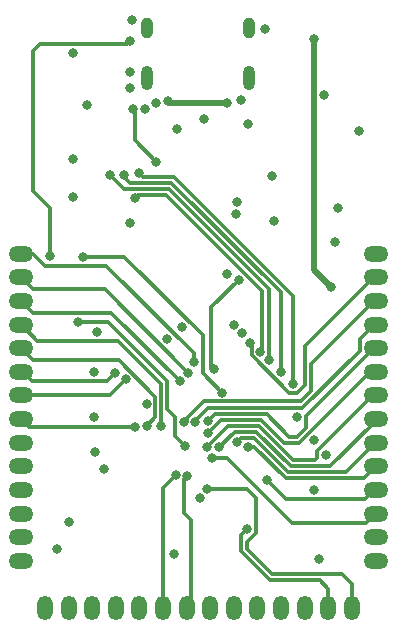
<source format=gbr>
%TF.GenerationSoftware,KiCad,Pcbnew,7.0.2*%
%TF.CreationDate,2023-06-14T20:26:51+10:00*%
%TF.ProjectId,STM32_Simple_Rev1.0,53544d33-325f-4536-996d-706c655f5265,rev?*%
%TF.SameCoordinates,Original*%
%TF.FileFunction,Copper,L4,Bot*%
%TF.FilePolarity,Positive*%
%FSLAX46Y46*%
G04 Gerber Fmt 4.6, Leading zero omitted, Abs format (unit mm)*
G04 Created by KiCad (PCBNEW 7.0.2) date 2023-06-14 20:26:51*
%MOMM*%
%LPD*%
G01*
G04 APERTURE LIST*
G04 Aperture macros list*
%AMRoundRect*
0 Rectangle with rounded corners*
0 $1 Rounding radius*
0 $2 $3 $4 $5 $6 $7 $8 $9 X,Y pos of 4 corners*
0 Add a 4 corners polygon primitive as box body*
4,1,4,$2,$3,$4,$5,$6,$7,$8,$9,$2,$3,0*
0 Add four circle primitives for the rounded corners*
1,1,$1+$1,$2,$3*
1,1,$1+$1,$4,$5*
1,1,$1+$1,$6,$7*
1,1,$1+$1,$8,$9*
0 Add four rect primitives between the rounded corners*
20,1,$1+$1,$2,$3,$4,$5,0*
20,1,$1+$1,$4,$5,$6,$7,0*
20,1,$1+$1,$6,$7,$8,$9,0*
20,1,$1+$1,$8,$9,$2,$3,0*%
G04 Aperture macros list end*
%TA.AperFunction,ComponentPad*%
%ADD10RoundRect,0.520000X-0.480000X-0.130000X0.480000X-0.130000X0.480000X0.130000X-0.480000X0.130000X0*%
%TD*%
%TA.AperFunction,ComponentPad*%
%ADD11RoundRect,0.520000X0.130000X-0.480000X0.130000X0.480000X-0.130000X0.480000X-0.130000X-0.480000X0*%
%TD*%
%TA.AperFunction,ComponentPad*%
%ADD12RoundRect,0.520000X0.480000X0.130000X-0.480000X0.130000X-0.480000X-0.130000X0.480000X-0.130000X0*%
%TD*%
%TA.AperFunction,ComponentPad*%
%ADD13O,1.000000X2.100000*%
%TD*%
%TA.AperFunction,ComponentPad*%
%ADD14O,1.000000X1.800000*%
%TD*%
%TA.AperFunction,ViaPad*%
%ADD15C,0.800000*%
%TD*%
%TA.AperFunction,Conductor*%
%ADD16C,0.500000*%
%TD*%
%TA.AperFunction,Conductor*%
%ADD17C,0.300000*%
%TD*%
G04 APERTURE END LIST*
D10*
%TO.P,J15,1,1*%
%TO.N,S11*%
X185000000Y-108000000D03*
%TD*%
%TO.P,J16,1,1*%
%TO.N,S12*%
X185000000Y-110000000D03*
%TD*%
%TO.P,J14,1,1*%
%TO.N,S10*%
X185000000Y-106000000D03*
%TD*%
%TO.P,J9,1,1*%
%TO.N,S5*%
X185000000Y-96000000D03*
%TD*%
D11*
%TO.P,J30,1,1*%
%TO.N,S24*%
X209000000Y-118000000D03*
%TD*%
D10*
%TO.P,J5,1,1*%
%TO.N,S2*%
X185000000Y-90000000D03*
%TD*%
D12*
%TO.P,J37,1,1*%
%TO.N,S29*%
X215000000Y-106000000D03*
%TD*%
%TO.P,J46,1,1*%
%TO.N,S42{slash}CAN_TX*%
X215000000Y-88000000D03*
%TD*%
D11*
%TO.P,J29,1,1*%
%TO.N,S23*%
X207000000Y-118000000D03*
%TD*%
D10*
%TO.P,J6,1,1*%
%TO.N,S3*%
X185000000Y-92000000D03*
%TD*%
D12*
%TO.P,J39,1,1*%
%TO.N,S31*%
X215000000Y-102000000D03*
%TD*%
D11*
%TO.P,J22,1,1*%
%TO.N,S16*%
X193000000Y-118000000D03*
%TD*%
%TO.P,J32,1,1*%
%TO.N,S26*%
X213000000Y-118000000D03*
%TD*%
D13*
%TO.P,J8,S1,SHIELD*%
%TO.N,unconnected-(J8-SHIELD-PadS1)*%
X204320000Y-73125000D03*
D14*
X204320000Y-68925000D03*
D13*
X195680000Y-73125000D03*
D14*
X195680000Y-68925000D03*
%TD*%
D12*
%TO.P,J34,1,1*%
%TO.N,VCC*%
X215000000Y-111998624D03*
%TD*%
D10*
%TO.P,J10,1,1*%
%TO.N,S6*%
X185000000Y-98000000D03*
%TD*%
%TO.P,J7,1,1*%
%TO.N,S4*%
X185000000Y-94000000D03*
%TD*%
D12*
%TO.P,J38,1,1*%
%TO.N,S30*%
X215000000Y-104000000D03*
%TD*%
D10*
%TO.P,J11,1,1*%
%TO.N,S7*%
X185000000Y-100000000D03*
%TD*%
D12*
%TO.P,J44,1,1*%
%TO.N,S40{slash}I2C1_SDA*%
X215000000Y-92000000D03*
%TD*%
D10*
%TO.P,J4,1,1*%
%TO.N,S1*%
X185000000Y-88000000D03*
%TD*%
D11*
%TO.P,J20,1,1*%
%TO.N,S14*%
X189000000Y-118000000D03*
%TD*%
D12*
%TO.P,J40,1,1*%
%TO.N,S32*%
X215000000Y-100000000D03*
%TD*%
D11*
%TO.P,J27,1,1*%
%TO.N,S21*%
X203000000Y-118000000D03*
%TD*%
D10*
%TO.P,J13,1,1*%
%TO.N,S9*%
X185000000Y-104000000D03*
%TD*%
D12*
%TO.P,J45,1,1*%
%TO.N,S41{slash}CAN_RX*%
X215000000Y-90000000D03*
%TD*%
D10*
%TO.P,J17,1,1*%
%TO.N,+3.3V*%
X185000000Y-112000000D03*
%TD*%
D11*
%TO.P,J28,1,1*%
%TO.N,S22*%
X205000000Y-118000000D03*
%TD*%
%TO.P,J26,1,1*%
%TO.N,S20*%
X201000000Y-118000000D03*
%TD*%
D12*
%TO.P,J41,1,1*%
%TO.N,S33*%
X215000000Y-98000000D03*
%TD*%
%TO.P,J35,1,1*%
%TO.N,S27*%
X215000000Y-110000000D03*
%TD*%
D11*
%TO.P,J24,1,1*%
%TO.N,S18{slash}USART3_TX*%
X197000000Y-118000000D03*
%TD*%
D12*
%TO.P,J42,1,1*%
%TO.N,S34*%
X215000000Y-96000000D03*
%TD*%
D11*
%TO.P,J31,1,1*%
%TO.N,S25*%
X211000000Y-118000000D03*
%TD*%
D10*
%TO.P,J12,1,1*%
%TO.N,S8*%
X185000000Y-102000000D03*
%TD*%
D12*
%TO.P,J33,1,1*%
%TO.N,GND*%
X215000000Y-114000000D03*
%TD*%
D11*
%TO.P,J23,1,1*%
%TO.N,S17*%
X195000000Y-118000000D03*
%TD*%
D12*
%TO.P,J43,1,1*%
%TO.N,S39{slash}I2C1_SCL*%
X215000000Y-94000000D03*
%TD*%
D11*
%TO.P,J25,1,1*%
%TO.N,S19{slash}USART3_RX*%
X199000000Y-118000000D03*
%TD*%
%TO.P,J19,1,1*%
%TO.N,S13*%
X187000000Y-118000000D03*
%TD*%
%TO.P,J21,1,1*%
%TO.N,S15*%
X191000000Y-118000000D03*
%TD*%
D10*
%TO.P,J18,1,1*%
%TO.N,GND*%
X185000000Y-114000000D03*
%TD*%
D12*
%TO.P,J36,1,1*%
%TO.N,S28*%
X215000000Y-108000000D03*
%TD*%
D15*
%TO.N,VCC*%
X209800000Y-69800000D03*
X211200000Y-90800000D03*
%TO.N,+3.3V*%
X197354651Y-95206563D03*
X200100000Y-108700000D03*
X211800000Y-84100000D03*
X191192118Y-101816915D03*
X209800000Y-103800000D03*
X195466543Y-75731724D03*
X189000000Y-110749500D03*
X189350500Y-80000000D03*
X194200000Y-85400000D03*
X194200000Y-74000000D03*
X192024621Y-106218019D03*
X206400000Y-85200000D03*
X203267631Y-83602291D03*
X211600000Y-87000000D03*
X203000000Y-94000000D03*
%TO.N,GND*%
X198600000Y-94200000D03*
X210200000Y-113849500D03*
X189400000Y-83200000D03*
X190549500Y-75400000D03*
X191224621Y-104818019D03*
X203706755Y-94706755D03*
X191400000Y-94600000D03*
X195614923Y-100691260D03*
X206200000Y-81400000D03*
X203600000Y-74950500D03*
X200449500Y-76600000D03*
X202400000Y-89700000D03*
X194200000Y-72600000D03*
X213600000Y-77600000D03*
X205600000Y-69000000D03*
X210600000Y-74600000D03*
X204200000Y-77000000D03*
X196410673Y-75223346D03*
X210800000Y-105000000D03*
X203200000Y-84599503D03*
X189400000Y-71000000D03*
X194400000Y-68200000D03*
X188000000Y-113000000D03*
X198200000Y-77400000D03*
X209800000Y-108000000D03*
X191200000Y-98000000D03*
X208349500Y-101829801D03*
X197900000Y-113400000D03*
%TO.N,+5V*%
X197395526Y-75052848D03*
X202400000Y-75200000D03*
%TO.N,STATUS_LED*%
X187400000Y-88200000D03*
X194200000Y-70000000D03*
%TO.N,SWDIO*%
X208033436Y-99032729D03*
X195000000Y-81200000D03*
%TO.N,SWCLK*%
X206950500Y-98000000D03*
X193700000Y-81300000D03*
%TO.N,SWO*%
X192500000Y-81300000D03*
X206000000Y-97000000D03*
%TO.N,NRST*%
X196400000Y-80200000D03*
X194467041Y-75731583D03*
%TO.N,BOOT0*%
X205250500Y-96292892D03*
X194600000Y-83249500D03*
%TO.N,S8*%
X194629977Y-102629977D03*
%TO.N,S7*%
X193845974Y-98644073D03*
%TO.N,S6*%
X192933925Y-98066075D03*
%TO.N,S5*%
X195629002Y-102599104D03*
%TO.N,S4*%
X196800000Y-102600000D03*
%TO.N,S3*%
X198400000Y-98800000D03*
%TO.N,S2*%
X199149500Y-98093245D03*
%TO.N,S1*%
X199600000Y-97200000D03*
%TO.N,S34*%
X200777483Y-102177483D03*
%TO.N,S33*%
X200809689Y-103205231D03*
%TO.N,S32*%
X200760556Y-104400182D03*
%TO.N,S31*%
X201760048Y-104395567D03*
%TO.N,S30*%
X203251044Y-103968564D03*
%TO.N,S29*%
X204183178Y-104329301D03*
%TO.N,S28*%
X205824415Y-107164461D03*
%TO.N,S27*%
X201124814Y-105330946D03*
%TO.N,S26*%
X200763624Y-107918200D03*
%TO.N,S25*%
X204110681Y-111298962D03*
%TO.N,S42{slash}CAN_TX*%
X203400000Y-90200000D03*
X201278063Y-97754362D03*
%TO.N,S41{slash}CAN_RX*%
X204400000Y-95543392D03*
%TO.N,S40{slash}I2C1_SDA*%
X198750497Y-102250000D03*
%TO.N,S39{slash}I2C1_SCL*%
X199750000Y-102250000D03*
%TO.N,S18{slash}USART3_TX*%
X198058556Y-106753370D03*
%TO.N,S19{slash}USART3_RX*%
X199056834Y-106802815D03*
%TO.N,USER_LED1*%
X190200000Y-88250500D03*
X202000000Y-99750000D03*
%TO.N,USER_LED2*%
X189800000Y-93800000D03*
X198900000Y-104300000D03*
%TD*%
D16*
%TO.N,VCC*%
X209750000Y-89350000D02*
X211200000Y-90800000D01*
X209750000Y-69850000D02*
X209750000Y-89350000D01*
X209800000Y-69800000D02*
X209750000Y-69850000D01*
%TO.N,+5V*%
X197542678Y-75200000D02*
X197395526Y-75052848D01*
X202400000Y-75200000D02*
X197542678Y-75200000D01*
D17*
%TO.N,STATUS_LED*%
X193950000Y-70250000D02*
X194200000Y-70000000D01*
X186000000Y-82700000D02*
X186000000Y-70800000D01*
X186000000Y-70800000D02*
X186550000Y-70250000D01*
X187400000Y-88200000D02*
X187400000Y-84100000D01*
X187400000Y-84100000D02*
X186000000Y-82700000D01*
X186550000Y-70250000D02*
X193950000Y-70250000D01*
%TO.N,SWDIO*%
X197900001Y-81500000D02*
X208000000Y-91600000D01*
X208000000Y-91600000D02*
X208000000Y-98999293D01*
X195000000Y-81200000D02*
X195300000Y-81500000D01*
X208000000Y-98999293D02*
X208033436Y-99032729D01*
X195300000Y-81500000D02*
X197900001Y-81500000D01*
%TO.N,SWCLK*%
X206950500Y-91257606D02*
X206950500Y-98000000D01*
X193700000Y-81464679D02*
X194235321Y-82000000D01*
X193700000Y-81300000D02*
X193700000Y-81464679D01*
X194235321Y-82000000D02*
X197692895Y-82000000D01*
X197692895Y-82000000D02*
X206950500Y-91257606D01*
%TO.N,SWO*%
X192500000Y-81300000D02*
X193700000Y-82500000D01*
X193700000Y-82500000D02*
X197485788Y-82500000D01*
X206000000Y-91014212D02*
X206000000Y-97000000D01*
X197485788Y-82500000D02*
X206000000Y-91014212D01*
%TO.N,NRST*%
X194600000Y-75864542D02*
X194467041Y-75731583D01*
X194600000Y-78400000D02*
X194600000Y-75864542D01*
X196400000Y-80200000D02*
X194600000Y-78400000D01*
%TO.N,BOOT0*%
X197278682Y-83000000D02*
X205400000Y-91121318D01*
X205400000Y-91121318D02*
X205400000Y-96143392D01*
X194600000Y-83249500D02*
X194849500Y-83000000D01*
X205400000Y-96143392D02*
X205250500Y-96292892D01*
X194849500Y-83000000D02*
X197278682Y-83000000D01*
%TO.N,S8*%
X194629977Y-102629977D02*
X185629977Y-102629977D01*
X185150000Y-102150000D02*
X185150000Y-102000000D01*
X185629977Y-102629977D02*
X185150000Y-102150000D01*
%TO.N,S7*%
X193845974Y-98644073D02*
X192490047Y-100000000D01*
X192490047Y-100000000D02*
X185150000Y-100000000D01*
%TO.N,S6*%
X185900000Y-98750000D02*
X185150000Y-98000000D01*
X192250000Y-98750000D02*
X185900000Y-98750000D01*
X192933925Y-98066075D02*
X192250000Y-98750000D01*
%TO.N,S5*%
X186000000Y-97000000D02*
X185150000Y-96150000D01*
X193262562Y-97000000D02*
X186000000Y-97000000D01*
X196364923Y-101863183D02*
X196364923Y-100102361D01*
X185150000Y-96150000D02*
X185150000Y-96000000D01*
X196364923Y-100102361D02*
X193262562Y-97000000D01*
X195629002Y-102599104D02*
X196364923Y-101863183D01*
%TO.N,S4*%
X196800000Y-102600000D02*
X196864923Y-102535077D01*
X193210661Y-95350000D02*
X186350000Y-95350000D01*
X196864923Y-99004262D02*
X193210661Y-95350000D01*
X196864923Y-102535077D02*
X196864923Y-99004262D01*
X186350000Y-95350000D02*
X185150000Y-94150000D01*
X185150000Y-94150000D02*
X185150000Y-94000000D01*
%TO.N,S3*%
X186000000Y-93000000D02*
X185150000Y-92150000D01*
X198400000Y-98800000D02*
X192600000Y-93000000D01*
X185150000Y-92150000D02*
X185150000Y-92000000D01*
X192600000Y-93000000D02*
X186000000Y-93000000D01*
%TO.N,S2*%
X186000000Y-91000000D02*
X185150000Y-90150000D01*
X185150000Y-90150000D02*
X185150000Y-90000000D01*
X199149500Y-98093245D02*
X199149500Y-98062073D01*
X192087427Y-91000000D02*
X186000000Y-91000000D01*
X199149500Y-98062073D02*
X192087427Y-91000000D01*
%TO.N,S1*%
X192208749Y-89000000D02*
X187000000Y-89000000D01*
X199600000Y-96391251D02*
X192208749Y-89000000D01*
X186000000Y-88000000D02*
X185150000Y-88000000D01*
X199600000Y-97200000D02*
X199600000Y-96391251D01*
X187000000Y-89000000D02*
X186000000Y-88000000D01*
%TO.N,S34*%
X209099500Y-102732733D02*
X209099500Y-101750500D01*
X209099500Y-101750500D02*
X214850000Y-96000000D01*
X208332233Y-103500000D02*
X209099500Y-102732733D01*
X205779801Y-101579801D02*
X207700000Y-103500000D01*
X201375165Y-101579801D02*
X205779801Y-101579801D01*
X207700000Y-103500000D02*
X208332233Y-103500000D01*
X200777483Y-102177483D02*
X201375165Y-101579801D01*
%TO.N,S33*%
X200809689Y-103205231D02*
X201935119Y-102079801D01*
X214539339Y-98000000D02*
X214850000Y-98000000D01*
X207228424Y-104000000D02*
X208539339Y-104000000D01*
X201935119Y-102079801D02*
X205308225Y-102079801D01*
X205308225Y-102079801D02*
X207228424Y-104000000D01*
X208539339Y-104000000D02*
X214539339Y-98000000D01*
%TO.N,S32*%
X208021318Y-105500000D02*
X209860661Y-105500000D01*
X214739339Y-100000000D02*
X214850000Y-100000000D01*
X209860661Y-105500000D02*
X210050000Y-105310661D01*
X210050000Y-104689339D02*
X214739339Y-100000000D01*
X200760556Y-104334398D02*
X202515153Y-102579801D01*
X205101119Y-102579801D02*
X208021318Y-105500000D01*
X202515153Y-102579801D02*
X205101119Y-102579801D01*
X200760556Y-104400182D02*
X200760556Y-104334398D01*
X210050000Y-105310661D02*
X210050000Y-104689339D01*
%TO.N,S31*%
X214850000Y-102309634D02*
X214850000Y-102000000D01*
X203075814Y-103079801D02*
X204894013Y-103079801D01*
X207814212Y-106000000D02*
X211159634Y-106000000D01*
X201760048Y-104395567D02*
X203075814Y-103079801D01*
X211159634Y-106000000D02*
X214850000Y-102309634D01*
X204894013Y-103079801D02*
X207814212Y-106000000D01*
%TO.N,S30*%
X203251044Y-103968564D02*
X203639807Y-103579801D01*
X207607106Y-106500000D02*
X212500000Y-106500000D01*
X204686907Y-103579801D02*
X207607106Y-106500000D01*
X203639807Y-103579801D02*
X204686907Y-103579801D01*
X214850000Y-104150000D02*
X214850000Y-104000000D01*
X212500000Y-106500000D02*
X214850000Y-104150000D01*
%TO.N,S29*%
X214850000Y-106150000D02*
X214850000Y-106000000D01*
X214000000Y-107000000D02*
X214850000Y-106150000D01*
X204729301Y-104329301D02*
X207400000Y-107000000D01*
X207400000Y-107000000D02*
X214000000Y-107000000D01*
X204183178Y-104329301D02*
X204729301Y-104329301D01*
%TO.N,S28*%
X214100000Y-108750000D02*
X214850000Y-108000000D01*
X205824415Y-107164461D02*
X207409954Y-108750000D01*
X207409954Y-108750000D02*
X214100000Y-108750000D01*
%TO.N,S27*%
X214850000Y-110150000D02*
X214850000Y-110000000D01*
X201124814Y-105330946D02*
X202430946Y-105330946D01*
X202430946Y-105330946D02*
X207900000Y-110800000D01*
X207900000Y-110800000D02*
X214200000Y-110800000D01*
X214200000Y-110800000D02*
X214850000Y-110150000D01*
%TO.N,S26*%
X200763624Y-107918200D02*
X204118200Y-107918200D01*
X212150000Y-115150000D02*
X213000000Y-116000000D01*
X204100000Y-112370304D02*
X204100000Y-112992894D01*
X204118200Y-107918200D02*
X204860681Y-108660681D01*
X206257106Y-115150000D02*
X212150000Y-115150000D01*
X204100000Y-112992894D02*
X206257106Y-115150000D01*
X204860681Y-108660681D02*
X204860681Y-111609623D01*
X204860681Y-111609623D02*
X204100000Y-112370304D01*
X213000000Y-116000000D02*
X213000000Y-117850000D01*
%TO.N,S25*%
X204110681Y-111298962D02*
X203600000Y-111809643D01*
X210300000Y-115650000D02*
X211000000Y-116350000D01*
X203600000Y-111809643D02*
X203600000Y-113200000D01*
X203600000Y-113200000D02*
X206050000Y-115650000D01*
X206050000Y-115650000D02*
X210300000Y-115650000D01*
X211000000Y-116350000D02*
X211000000Y-117850000D01*
%TO.N,S42{slash}CAN_TX*%
X203400000Y-90200000D02*
X201099500Y-92500500D01*
X201099500Y-92500500D02*
X201099500Y-97575799D01*
X201099500Y-97575799D02*
X201278063Y-97754362D01*
%TO.N,S41{slash}CAN_RX*%
X204500500Y-96610661D02*
X207672568Y-99782729D01*
X209000000Y-95850000D02*
X214850000Y-90000000D01*
X207672568Y-99782729D02*
X208344097Y-99782729D01*
X209000000Y-99126826D02*
X209000000Y-95850000D01*
X204400000Y-95543392D02*
X204500500Y-95643892D01*
X208344097Y-99782729D02*
X209000000Y-99126826D01*
X204500500Y-95643892D02*
X204500500Y-96610661D01*
%TO.N,S40{slash}I2C1_SDA*%
X199000000Y-102250000D02*
X199000000Y-101939339D01*
X198750497Y-102250000D02*
X199000000Y-102250000D01*
X208642894Y-100500000D02*
X209500000Y-99642894D01*
X209500000Y-99642894D02*
X209500000Y-97350000D01*
X199000000Y-101939339D02*
X200439339Y-100500000D01*
X209500000Y-97350000D02*
X214850000Y-92000000D01*
X200439339Y-100500000D02*
X208642894Y-100500000D01*
%TO.N,S39{slash}I2C1_SCL*%
X213650000Y-96200000D02*
X213650000Y-95200000D01*
X200814504Y-101079801D02*
X208770199Y-101079801D01*
X213650000Y-95200000D02*
X214850000Y-94000000D01*
X199750000Y-102144305D02*
X200814504Y-101079801D01*
X199750000Y-102250000D02*
X199750000Y-102144305D01*
X208770199Y-101079801D02*
X213650000Y-96200000D01*
%TO.N,S18{slash}USART3_TX*%
X197000000Y-107811926D02*
X197000000Y-117850000D01*
X198058556Y-106753370D02*
X197000000Y-107811926D01*
%TO.N,S19{slash}USART3_RX*%
X199350000Y-110550000D02*
X199350000Y-117650000D01*
X199150000Y-117850000D02*
X199000000Y-117850000D01*
X198752832Y-109952832D02*
X199350000Y-110550000D01*
X199056834Y-106802815D02*
X198752832Y-107106817D01*
X199350000Y-117650000D02*
X199150000Y-117850000D01*
X198752832Y-107106817D02*
X198752832Y-109952832D01*
%TO.N,USER_LED1*%
X202000000Y-99750000D02*
X200350000Y-98100000D01*
X190200000Y-88250500D02*
X193711161Y-88250500D01*
X200350000Y-98100000D02*
X200350000Y-94889339D01*
X193711161Y-88250500D02*
X200350000Y-94889339D01*
%TO.N,USER_LED2*%
X197364923Y-98797156D02*
X192367767Y-93800000D01*
X198000497Y-103400497D02*
X198000497Y-101799503D01*
X198900000Y-104300000D02*
X198000497Y-103400497D01*
X192367767Y-93800000D02*
X189800000Y-93800000D01*
X198000497Y-101799503D02*
X197364923Y-101163929D01*
X197364923Y-101163929D02*
X197364923Y-98797156D01*
%TD*%
M02*

</source>
